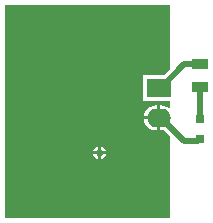
<source format=gbl>
G04*
G04 #@! TF.GenerationSoftware,Altium Limited,Altium Designer,20.0.13 (296)*
G04*
G04 Layer_Physical_Order=2*
G04 Layer_Color=16711680*
%FSLAX25Y25*%
%MOIN*%
G70*
G01*
G75*
%ADD13R,0.03150X0.03150*%
%ADD14R,0.05709X0.03740*%
%ADD19C,0.01968*%
%ADD20O,0.07874X0.06299*%
%ADD21R,0.07874X0.06299*%
%ADD22C,0.02362*%
G36*
X59055Y53516D02*
X57114Y51575D01*
X50000D01*
Y42913D01*
X59055D01*
Y40688D01*
X58555Y40441D01*
X57998Y40869D01*
X56989Y41287D01*
X55905Y41429D01*
X55618D01*
Y37244D01*
Y33059D01*
X55905D01*
X56845Y33182D01*
X59055Y30972D01*
Y3937D01*
X3937D01*
Y74803D01*
X59055D01*
Y53516D01*
D02*
G37*
%LPC*%
G36*
X54618Y41429D02*
X54331D01*
X53247Y41287D01*
X52238Y40869D01*
X51371Y40204D01*
X50706Y39337D01*
X50288Y38327D01*
X50211Y37744D01*
X54618D01*
Y41429D01*
D02*
G37*
G36*
Y36744D02*
X50211D01*
X50288Y36161D01*
X50706Y35151D01*
X51371Y34285D01*
X52238Y33619D01*
X53247Y33201D01*
X54331Y33059D01*
X54618D01*
Y36744D01*
D02*
G37*
G36*
X35933Y27715D02*
Y26091D01*
X37557D01*
X37488Y26442D01*
X37006Y27163D01*
X36284Y27645D01*
X35933Y27715D01*
D02*
G37*
G36*
X34933D02*
X34582Y27645D01*
X33861Y27163D01*
X33378Y26442D01*
X33309Y26091D01*
X34933D01*
Y27715D01*
D02*
G37*
G36*
X37557Y25091D02*
X35933D01*
Y23466D01*
X36284Y23536D01*
X37006Y24018D01*
X37488Y24739D01*
X37557Y25091D01*
D02*
G37*
G36*
X34933D02*
X33309D01*
X33378Y24739D01*
X33861Y24018D01*
X34582Y23536D01*
X34933Y23466D01*
Y25091D01*
D02*
G37*
%LPD*%
D13*
X68898Y36713D02*
D03*
Y30217D02*
D03*
D14*
Y55020D02*
D03*
Y47343D02*
D03*
D19*
X68307Y29626D02*
X68898Y30217D01*
X66339Y29626D02*
X68307D01*
X66240Y29528D02*
X66339Y29626D01*
X55118Y37244D02*
X55905D01*
X63622Y29528D01*
X66240D01*
X68898Y36713D02*
Y47343D01*
X55905Y47244D02*
X63681Y55020D01*
X68898D01*
X55118Y47244D02*
X55905D01*
D20*
X55118Y37244D02*
D03*
D21*
Y47244D02*
D03*
D22*
X35433Y25591D02*
D03*
M02*

</source>
